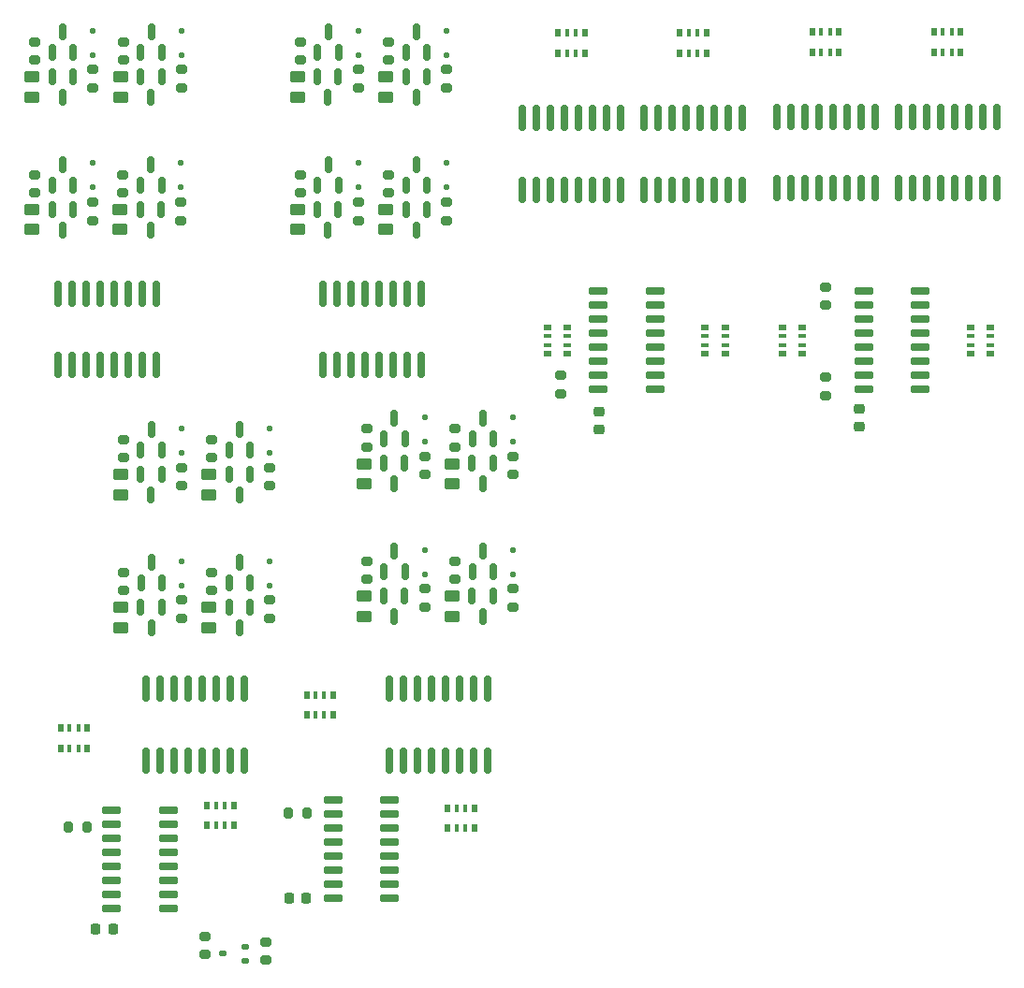
<source format=gtp>
G04 #@! TF.GenerationSoftware,KiCad,Pcbnew,8.0.5*
G04 #@! TF.CreationDate,2024-09-25T12:15:56+03:00*
G04 #@! TF.ProjectId,rioctrl-shiftio,72696f63-7472-46c2-9d73-68696674696f,rev?*
G04 #@! TF.SameCoordinates,Original*
G04 #@! TF.FileFunction,Paste,Top*
G04 #@! TF.FilePolarity,Positive*
%FSLAX46Y46*%
G04 Gerber Fmt 4.6, Leading zero omitted, Abs format (unit mm)*
G04 Created by KiCad (PCBNEW 8.0.5) date 2024-09-25 12:15:56*
%MOMM*%
%LPD*%
G01*
G04 APERTURE LIST*
G04 Aperture macros list*
%AMRoundRect*
0 Rectangle with rounded corners*
0 $1 Rounding radius*
0 $2 $3 $4 $5 $6 $7 $8 $9 X,Y pos of 4 corners*
0 Add a 4 corners polygon primitive as box body*
4,1,4,$2,$3,$4,$5,$6,$7,$8,$9,$2,$3,0*
0 Add four circle primitives for the rounded corners*
1,1,$1+$1,$2,$3*
1,1,$1+$1,$4,$5*
1,1,$1+$1,$6,$7*
1,1,$1+$1,$8,$9*
0 Add four rect primitives between the rounded corners*
20,1,$1+$1,$2,$3,$4,$5,0*
20,1,$1+$1,$4,$5,$6,$7,0*
20,1,$1+$1,$6,$7,$8,$9,0*
20,1,$1+$1,$8,$9,$2,$3,0*%
G04 Aperture macros list end*
%ADD10RoundRect,0.150000X0.150000X-0.587500X0.150000X0.587500X-0.150000X0.587500X-0.150000X-0.587500X0*%
%ADD11RoundRect,0.200000X-0.275000X0.200000X-0.275000X-0.200000X0.275000X-0.200000X0.275000X0.200000X0*%
%ADD12RoundRect,0.150000X-0.150000X0.587500X-0.150000X-0.587500X0.150000X-0.587500X0.150000X0.587500X0*%
%ADD13RoundRect,0.125000X-0.125000X0.125000X-0.125000X-0.125000X0.125000X-0.125000X0.125000X0.125000X0*%
%ADD14RoundRect,0.150000X0.725000X0.150000X-0.725000X0.150000X-0.725000X-0.150000X0.725000X-0.150000X0*%
%ADD15RoundRect,0.200000X0.275000X-0.200000X0.275000X0.200000X-0.275000X0.200000X-0.275000X-0.200000X0*%
%ADD16RoundRect,0.250000X-0.450000X0.262500X-0.450000X-0.262500X0.450000X-0.262500X0.450000X0.262500X0*%
%ADD17R,0.800000X0.500000*%
%ADD18R,0.800000X0.400000*%
%ADD19RoundRect,0.150000X-0.150000X1.050000X-0.150000X-1.050000X0.150000X-1.050000X0.150000X1.050000X0*%
%ADD20RoundRect,0.225000X-0.250000X0.225000X-0.250000X-0.225000X0.250000X-0.225000X0.250000X0.225000X0*%
%ADD21RoundRect,0.225000X0.225000X0.250000X-0.225000X0.250000X-0.225000X-0.250000X0.225000X-0.250000X0*%
%ADD22R,0.500000X0.800000*%
%ADD23R,0.400000X0.800000*%
%ADD24RoundRect,0.150000X0.150000X-1.050000X0.150000X1.050000X-0.150000X1.050000X-0.150000X-1.050000X0*%
%ADD25RoundRect,0.200000X-0.200000X-0.275000X0.200000X-0.275000X0.200000X0.275000X-0.200000X0.275000X0*%
%ADD26RoundRect,0.112500X0.237500X-0.112500X0.237500X0.112500X-0.237500X0.112500X-0.237500X-0.112500X0*%
G04 APERTURE END LIST*
D10*
G04 #@! TO.C,Q25*
X181050000Y-63937500D03*
X182950000Y-63937500D03*
X182000000Y-62062500D03*
G04 #@! TD*
D11*
G04 #@! TO.C,R54*
X227000000Y-93350000D03*
X227000000Y-95000000D03*
G04 #@! TD*
D12*
G04 #@! TO.C,Q28*
X196920000Y-113125000D03*
X195020000Y-113125000D03*
X195970000Y-115000000D03*
G04 #@! TD*
D13*
G04 #@! TO.C,D6*
X176720000Y-109962500D03*
X176720000Y-112162500D03*
G04 #@! TD*
D14*
G04 #@! TO.C,U1*
X167575000Y-141445000D03*
X167575000Y-140175000D03*
X167575000Y-138905000D03*
X167575000Y-137635000D03*
X167575000Y-136365000D03*
X167575000Y-135095000D03*
X167575000Y-133825000D03*
X167575000Y-132555000D03*
X162425000Y-132555000D03*
X162425000Y-133825000D03*
X162425000Y-135095000D03*
X162425000Y-136365000D03*
X162425000Y-137635000D03*
X162425000Y-138905000D03*
X162425000Y-140175000D03*
X162425000Y-141445000D03*
G04 #@! TD*
D15*
G04 #@! TO.C,R11*
X155470000Y-76637500D03*
X155470000Y-74987500D03*
G04 #@! TD*
D11*
G04 #@! TO.C,R2*
X170850000Y-143925000D03*
X170850000Y-145575000D03*
G04 #@! TD*
D15*
G04 #@! TO.C,R14*
X163440000Y-76637500D03*
X163440000Y-74987500D03*
G04 #@! TD*
D10*
G04 #@! TO.C,Q5*
X165050000Y-63937500D03*
X166950000Y-63937500D03*
X166000000Y-62062500D03*
G04 #@! TD*
D15*
G04 #@! TO.C,R35*
X179470000Y-76637500D03*
X179470000Y-74987500D03*
G04 #@! TD*
D10*
G04 #@! TO.C,Q31*
X187050000Y-110937500D03*
X188950000Y-110937500D03*
X188000000Y-109062500D03*
G04 #@! TD*
G04 #@! TO.C,Q23*
X181050000Y-75937500D03*
X182950000Y-75937500D03*
X182000000Y-74062500D03*
G04 #@! TD*
D16*
G04 #@! TO.C,R22*
X171220000Y-114150000D03*
X171220000Y-115975000D03*
G04 #@! TD*
D12*
G04 #@! TO.C,Q4*
X166920000Y-66125000D03*
X165020000Y-66125000D03*
X165970000Y-68000000D03*
G04 #@! TD*
D13*
G04 #@! TO.C,D4*
X168690000Y-73962500D03*
X168690000Y-76162500D03*
G04 #@! TD*
D12*
G04 #@! TO.C,Q6*
X158920000Y-78125000D03*
X157020000Y-78125000D03*
X157970000Y-80000000D03*
G04 #@! TD*
D15*
G04 #@! TO.C,R41*
X193470000Y-99637500D03*
X193470000Y-97987500D03*
G04 #@! TD*
D17*
G04 #@! TO.C,RN7*
X217900000Y-91200000D03*
D18*
X217900000Y-90400000D03*
X217900000Y-89600000D03*
D17*
X217900000Y-88800000D03*
X216100000Y-88800000D03*
D18*
X216100000Y-89600000D03*
X216100000Y-90400000D03*
D17*
X216100000Y-91200000D03*
G04 #@! TD*
D13*
G04 #@! TO.C,D15*
X190720000Y-108962500D03*
X190720000Y-111162500D03*
G04 #@! TD*
D14*
G04 #@! TO.C,U8*
X235575000Y-94445000D03*
X235575000Y-93175000D03*
X235575000Y-91905000D03*
X235575000Y-90635000D03*
X235575000Y-89365000D03*
X235575000Y-88095000D03*
X235575000Y-86825000D03*
X235575000Y-85555000D03*
X230425000Y-85555000D03*
X230425000Y-86825000D03*
X230425000Y-88095000D03*
X230425000Y-89365000D03*
X230425000Y-90635000D03*
X230425000Y-91905000D03*
X230425000Y-93175000D03*
X230425000Y-94445000D03*
G04 #@! TD*
D10*
G04 #@! TO.C,Q9*
X165020000Y-75937500D03*
X166920000Y-75937500D03*
X165970000Y-74062500D03*
G04 #@! TD*
D13*
G04 #@! TO.C,D3*
X160720000Y-73962500D03*
X160720000Y-76162500D03*
G04 #@! TD*
D12*
G04 #@! TO.C,Q18*
X190920000Y-66125000D03*
X189020000Y-66125000D03*
X189970000Y-68000000D03*
G04 #@! TD*
D10*
G04 #@! TO.C,Q11*
X165080000Y-111937500D03*
X166980000Y-111937500D03*
X166030000Y-110062500D03*
G04 #@! TD*
D16*
G04 #@! TO.C,R7*
X155220000Y-66150000D03*
X155220000Y-67975000D03*
G04 #@! TD*
D11*
G04 #@! TO.C,R53*
X203000000Y-93175000D03*
X203000000Y-94825000D03*
G04 #@! TD*
D19*
G04 #@! TO.C,U11*
X231445000Y-69750000D03*
X230175000Y-69750000D03*
X228905000Y-69750000D03*
X227635000Y-69750000D03*
X226365000Y-69750000D03*
X225095000Y-69750000D03*
X223825000Y-69750000D03*
X222555000Y-69750000D03*
X222555000Y-76250000D03*
X223825000Y-76250000D03*
X225095000Y-76250000D03*
X226365000Y-76250000D03*
X227635000Y-76250000D03*
X228905000Y-76250000D03*
X230175000Y-76250000D03*
X231445000Y-76250000D03*
G04 #@! TD*
D15*
G04 #@! TO.C,R24*
X168720001Y-103137500D03*
X168720001Y-101487500D03*
G04 #@! TD*
D19*
G04 #@! TO.C,U9*
X208445000Y-69850000D03*
X207175000Y-69850000D03*
X205905000Y-69850000D03*
X204635000Y-69850000D03*
X203365000Y-69850000D03*
X202095000Y-69850000D03*
X200825000Y-69850000D03*
X199555000Y-69850000D03*
X199555000Y-76350000D03*
X200825000Y-76350000D03*
X202095000Y-76350000D03*
X203365000Y-76350000D03*
X204635000Y-76350000D03*
X205905000Y-76350000D03*
X207175000Y-76350000D03*
X208445000Y-76350000D03*
G04 #@! TD*
D20*
G04 #@! TO.C,C4*
X206500000Y-96475000D03*
X206500000Y-98025000D03*
G04 #@! TD*
D21*
G04 #@! TO.C,C2*
X162525000Y-143250000D03*
X160975000Y-143250000D03*
G04 #@! TD*
D15*
G04 #@! TO.C,R47*
X185470000Y-111637500D03*
X185470000Y-109987500D03*
G04 #@! TD*
D13*
G04 #@! TO.C,D1*
X160720000Y-61962500D03*
X160720000Y-64162500D03*
G04 #@! TD*
D22*
G04 #@! TO.C,RN6*
X202800000Y-64000000D03*
D23*
X203600000Y-64000000D03*
X204400000Y-64000000D03*
D22*
X205200000Y-64000000D03*
X205200000Y-62200000D03*
D23*
X204400000Y-62200000D03*
X203600000Y-62200000D03*
D22*
X202800000Y-62200000D03*
G04 #@! TD*
D24*
G04 #@! TO.C,U4*
X165555000Y-128000000D03*
X166825000Y-128000000D03*
X168095000Y-128000000D03*
X169365000Y-128000000D03*
X170635000Y-128000000D03*
X171905000Y-128000000D03*
X173175000Y-128000000D03*
X174445000Y-128000000D03*
X174445000Y-121500000D03*
X173175000Y-121500000D03*
X171905000Y-121500000D03*
X170635000Y-121500000D03*
X169365000Y-121500000D03*
X168095000Y-121500000D03*
X166825000Y-121500000D03*
X165555000Y-121500000D03*
G04 #@! TD*
D22*
G04 #@! TO.C,RN8*
X213800000Y-64000000D03*
D23*
X214600000Y-64000000D03*
X215400000Y-64000000D03*
D22*
X216200000Y-64000000D03*
X216200000Y-62200000D03*
D23*
X215400000Y-62200000D03*
X214600000Y-62200000D03*
D22*
X213800000Y-62200000D03*
G04 #@! TD*
D15*
G04 #@! TO.C,R39*
X184720000Y-67137500D03*
X184720000Y-65487500D03*
G04 #@! TD*
D21*
G04 #@! TO.C,C1*
X180025000Y-140500000D03*
X178475000Y-140500000D03*
G04 #@! TD*
D15*
G04 #@! TO.C,R17*
X163500000Y-112637500D03*
X163500000Y-110987500D03*
G04 #@! TD*
D12*
G04 #@! TO.C,Q22*
X182920000Y-78125000D03*
X181020000Y-78125000D03*
X181970000Y-80000000D03*
G04 #@! TD*
D15*
G04 #@! TO.C,R30*
X192720000Y-67137500D03*
X192720000Y-65487500D03*
G04 #@! TD*
D12*
G04 #@! TO.C,Q12*
X174920000Y-114125000D03*
X173020000Y-114125000D03*
X173970000Y-116000000D03*
G04 #@! TD*
D15*
G04 #@! TO.C,R12*
X160720000Y-79137500D03*
X160720000Y-77487500D03*
G04 #@! TD*
D12*
G04 #@! TO.C,Q10*
X166950000Y-114125000D03*
X165050000Y-114125000D03*
X166000000Y-116000000D03*
G04 #@! TD*
G04 #@! TO.C,Q30*
X188920000Y-113125000D03*
X187020000Y-113125000D03*
X187970000Y-115000000D03*
G04 #@! TD*
D16*
G04 #@! TO.C,R28*
X171220000Y-102150000D03*
X171220000Y-103975000D03*
G04 #@! TD*
D12*
G04 #@! TO.C,Q24*
X182920000Y-66125000D03*
X181020000Y-66125000D03*
X181970000Y-68000000D03*
G04 #@! TD*
D16*
G04 #@! TO.C,R34*
X187220000Y-78150000D03*
X187220000Y-79975000D03*
G04 #@! TD*
D15*
G04 #@! TO.C,R45*
X198720000Y-114137500D03*
X198720000Y-112487500D03*
G04 #@! TD*
D16*
G04 #@! TO.C,R37*
X179220000Y-78150000D03*
X179220000Y-79975000D03*
G04 #@! TD*
D12*
G04 #@! TO.C,Q16*
X174920000Y-102125000D03*
X173020000Y-102125000D03*
X173970000Y-104000000D03*
G04 #@! TD*
D22*
G04 #@! TO.C,RN4*
X192800000Y-134150000D03*
D23*
X193600000Y-134150000D03*
X194400000Y-134150000D03*
D22*
X195200000Y-134150000D03*
X195200000Y-132350000D03*
D23*
X194400000Y-132350000D03*
X193600000Y-132350000D03*
D22*
X192800000Y-132350000D03*
G04 #@! TD*
D15*
G04 #@! TO.C,R33*
X192720000Y-79137500D03*
X192720000Y-77487500D03*
G04 #@! TD*
D13*
G04 #@! TO.C,D9*
X192720000Y-61962500D03*
X192720000Y-64162500D03*
G04 #@! TD*
D14*
G04 #@! TO.C,U2*
X187575000Y-140445000D03*
X187575000Y-139175000D03*
X187575000Y-137905000D03*
X187575000Y-136635000D03*
X187575000Y-135365000D03*
X187575000Y-134095000D03*
X187575000Y-132825000D03*
X187575000Y-131555000D03*
X182425000Y-131555000D03*
X182425000Y-132825000D03*
X182425000Y-134095000D03*
X182425000Y-135365000D03*
X182425000Y-136635000D03*
X182425000Y-137905000D03*
X182425000Y-139175000D03*
X182425000Y-140445000D03*
G04 #@! TD*
D15*
G04 #@! TO.C,R38*
X179470000Y-64637500D03*
X179470000Y-62987500D03*
G04 #@! TD*
D24*
G04 #@! TO.C,U6*
X187555000Y-128000000D03*
X188825000Y-128000000D03*
X190095000Y-128000000D03*
X191365000Y-128000000D03*
X192635000Y-128000000D03*
X193905000Y-128000000D03*
X195175000Y-128000000D03*
X196445000Y-128000000D03*
X196445000Y-121500000D03*
X195175000Y-121500000D03*
X193905000Y-121500000D03*
X192635000Y-121500000D03*
X191365000Y-121500000D03*
X190095000Y-121500000D03*
X188825000Y-121500000D03*
X187555000Y-121500000D03*
G04 #@! TD*
D16*
G04 #@! TO.C,R52*
X185220000Y-101150000D03*
X185220000Y-102975000D03*
G04 #@! TD*
D15*
G04 #@! TO.C,R18*
X168750000Y-115137500D03*
X168750000Y-113487500D03*
G04 #@! TD*
D17*
G04 #@! TO.C,RN9*
X223100000Y-88800000D03*
D18*
X223100000Y-89600000D03*
X223100000Y-90400000D03*
D17*
X223100000Y-91200000D03*
X224900000Y-91200000D03*
D18*
X224900000Y-90400000D03*
X224900000Y-89600000D03*
D17*
X224900000Y-88800000D03*
G04 #@! TD*
D15*
G04 #@! TO.C,R9*
X168720000Y-67137500D03*
X168720000Y-65487500D03*
G04 #@! TD*
D16*
G04 #@! TO.C,R40*
X179220000Y-66150000D03*
X179220000Y-67975000D03*
G04 #@! TD*
D10*
G04 #@! TO.C,Q33*
X187050000Y-98937500D03*
X188950000Y-98937500D03*
X188000000Y-97062500D03*
G04 #@! TD*
D15*
G04 #@! TO.C,R29*
X187470000Y-64637500D03*
X187470000Y-62987500D03*
G04 #@! TD*
D22*
G04 #@! TO.C,RN3*
X180050000Y-123900000D03*
D23*
X180850000Y-123900000D03*
X181650000Y-123900000D03*
D22*
X182450000Y-123900000D03*
X182450000Y-122100000D03*
D23*
X181650000Y-122100000D03*
X180850000Y-122100000D03*
D22*
X180050000Y-122100000D03*
G04 #@! TD*
D10*
G04 #@! TO.C,Q27*
X195050000Y-98937500D03*
X196950000Y-98937500D03*
X196000000Y-97062500D03*
G04 #@! TD*
D16*
G04 #@! TO.C,R49*
X185220000Y-113150000D03*
X185220000Y-114975000D03*
G04 #@! TD*
G04 #@! TO.C,R19*
X163250000Y-114150000D03*
X163250000Y-115975000D03*
G04 #@! TD*
D10*
G04 #@! TO.C,Q13*
X173050000Y-111937500D03*
X174950000Y-111937500D03*
X174000000Y-110062500D03*
G04 #@! TD*
D15*
G04 #@! TO.C,R15*
X168690000Y-79137500D03*
X168690000Y-77487500D03*
G04 #@! TD*
G04 #@! TO.C,R27*
X176720000Y-103137500D03*
X176720000Y-101487500D03*
G04 #@! TD*
D17*
G04 #@! TO.C,RN11*
X241900000Y-91200000D03*
D18*
X241900000Y-90400000D03*
X241900000Y-89600000D03*
D17*
X241900000Y-88800000D03*
X240100000Y-88800000D03*
D18*
X240100000Y-89600000D03*
X240100000Y-90400000D03*
D17*
X240100000Y-91200000D03*
G04 #@! TD*
D15*
G04 #@! TO.C,R36*
X184720000Y-79137500D03*
X184720000Y-77487500D03*
G04 #@! TD*
D13*
G04 #@! TO.C,D11*
X184720000Y-73962500D03*
X184720000Y-76162500D03*
G04 #@! TD*
D15*
G04 #@! TO.C,R50*
X185470000Y-99637500D03*
X185470000Y-97987500D03*
G04 #@! TD*
D22*
G04 #@! TO.C,RN2*
X171050000Y-133900000D03*
D23*
X171850000Y-133900000D03*
X172650000Y-133900000D03*
D22*
X173450000Y-133900000D03*
X173450000Y-132100000D03*
D23*
X172650000Y-132100000D03*
X171850000Y-132100000D03*
D22*
X171050000Y-132100000D03*
G04 #@! TD*
D24*
G04 #@! TO.C,U3*
X157555000Y-92250000D03*
X158825000Y-92250000D03*
X160095000Y-92250000D03*
X161365000Y-92250000D03*
X162635000Y-92250000D03*
X163905000Y-92250000D03*
X165175000Y-92250000D03*
X166445000Y-92250000D03*
X166445000Y-85750000D03*
X165175000Y-85750000D03*
X163905000Y-85750000D03*
X162635000Y-85750000D03*
X161365000Y-85750000D03*
X160095000Y-85750000D03*
X158825000Y-85750000D03*
X157555000Y-85750000D03*
G04 #@! TD*
D10*
G04 #@! TO.C,Q17*
X173050000Y-99937500D03*
X174950000Y-99937500D03*
X174000000Y-98062500D03*
G04 #@! TD*
D16*
G04 #@! TO.C,R31*
X187220000Y-66150000D03*
X187220000Y-67975000D03*
G04 #@! TD*
G04 #@! TO.C,R10*
X163220000Y-66150000D03*
X163220000Y-67975000D03*
G04 #@! TD*
D15*
G04 #@! TO.C,R26*
X171470000Y-100637500D03*
X171470000Y-98987500D03*
G04 #@! TD*
D19*
G04 #@! TO.C,U10*
X219445000Y-69850000D03*
X218175000Y-69850000D03*
X216905000Y-69850000D03*
X215635000Y-69850000D03*
X214365000Y-69850000D03*
X213095000Y-69850000D03*
X211825000Y-69850000D03*
X210555000Y-69850000D03*
X210555000Y-76350000D03*
X211825000Y-76350000D03*
X213095000Y-76350000D03*
X214365000Y-76350000D03*
X215635000Y-76350000D03*
X216905000Y-76350000D03*
X218175000Y-76350000D03*
X219445000Y-76350000D03*
G04 #@! TD*
D15*
G04 #@! TO.C,R32*
X187470000Y-76637500D03*
X187470000Y-74987500D03*
G04 #@! TD*
D10*
G04 #@! TO.C,Q7*
X157050000Y-75937500D03*
X158950000Y-75937500D03*
X158000000Y-74062500D03*
G04 #@! TD*
D13*
G04 #@! TO.C,D8*
X176720000Y-97962500D03*
X176720000Y-100162500D03*
G04 #@! TD*
D15*
G04 #@! TO.C,R51*
X190720000Y-102137500D03*
X190720000Y-100487500D03*
G04 #@! TD*
D10*
G04 #@! TO.C,Q29*
X195050000Y-110937500D03*
X196950000Y-110937500D03*
X196000000Y-109062500D03*
G04 #@! TD*
D14*
G04 #@! TO.C,U7*
X211575000Y-94445000D03*
X211575000Y-93175000D03*
X211575000Y-91905000D03*
X211575000Y-90635000D03*
X211575000Y-89365000D03*
X211575000Y-88095000D03*
X211575000Y-86825000D03*
X211575000Y-85555000D03*
X206425000Y-85555000D03*
X206425000Y-86825000D03*
X206425000Y-88095000D03*
X206425000Y-89365000D03*
X206425000Y-90635000D03*
X206425000Y-91905000D03*
X206425000Y-93175000D03*
X206425000Y-94445000D03*
G04 #@! TD*
D13*
G04 #@! TO.C,D14*
X198720000Y-108962500D03*
X198720000Y-111162500D03*
G04 #@! TD*
D15*
G04 #@! TO.C,R23*
X163470001Y-100637501D03*
X163470001Y-98987501D03*
G04 #@! TD*
G04 #@! TO.C,R20*
X171470000Y-112637500D03*
X171470000Y-110987500D03*
G04 #@! TD*
D24*
G04 #@! TO.C,U5*
X181555000Y-92250000D03*
X182825000Y-92250000D03*
X184095000Y-92250000D03*
X185365000Y-92250000D03*
X186635000Y-92250000D03*
X187905000Y-92250000D03*
X189175000Y-92250000D03*
X190445000Y-92250000D03*
X190445000Y-85750000D03*
X189175000Y-85750000D03*
X187905000Y-85750000D03*
X186635000Y-85750000D03*
X185365000Y-85750000D03*
X184095000Y-85750000D03*
X182825000Y-85750000D03*
X181555000Y-85750000D03*
G04 #@! TD*
D22*
G04 #@! TO.C,RN1*
X157800000Y-126900000D03*
D23*
X158600000Y-126900000D03*
X159400000Y-126900000D03*
D22*
X160200000Y-126900000D03*
X160200000Y-125100000D03*
D23*
X159400000Y-125100000D03*
X158600000Y-125100000D03*
D22*
X157800000Y-125100000D03*
G04 #@! TD*
D15*
G04 #@! TO.C,R5*
X155470000Y-64637500D03*
X155470000Y-62987500D03*
G04 #@! TD*
G04 #@! TO.C,R8*
X163470000Y-64637500D03*
X163470000Y-62987500D03*
G04 #@! TD*
D20*
G04 #@! TO.C,C3*
X230000000Y-96225000D03*
X230000000Y-97775000D03*
G04 #@! TD*
D13*
G04 #@! TO.C,D7*
X168720000Y-97962500D03*
X168720000Y-100162500D03*
G04 #@! TD*
D12*
G04 #@! TO.C,Q20*
X190920000Y-78125000D03*
X189020000Y-78125000D03*
X189970000Y-80000000D03*
G04 #@! TD*
D16*
G04 #@! TO.C,R43*
X193220000Y-101150000D03*
X193220000Y-102975000D03*
G04 #@! TD*
D10*
G04 #@! TO.C,Q19*
X189050000Y-63937500D03*
X190950000Y-63937500D03*
X190000000Y-62062500D03*
G04 #@! TD*
D12*
G04 #@! TO.C,Q2*
X158920000Y-66125000D03*
X157020000Y-66125000D03*
X157970000Y-68000000D03*
G04 #@! TD*
D16*
G04 #@! TO.C,R46*
X193220000Y-113150000D03*
X193220000Y-114975000D03*
G04 #@! TD*
D22*
G04 #@! TO.C,RN10*
X225800000Y-63900000D03*
D23*
X226600000Y-63900000D03*
X227400000Y-63900000D03*
D22*
X228200000Y-63900000D03*
X228200000Y-62100000D03*
D23*
X227400000Y-62100000D03*
X226600000Y-62100000D03*
D22*
X225800000Y-62100000D03*
G04 #@! TD*
D13*
G04 #@! TO.C,D16*
X190720000Y-96962500D03*
X190720000Y-99162500D03*
G04 #@! TD*
G04 #@! TO.C,D5*
X168750000Y-109962500D03*
X168750000Y-112162500D03*
G04 #@! TD*
D12*
G04 #@! TO.C,Q32*
X188920000Y-101125000D03*
X187020000Y-101125000D03*
X187970000Y-103000000D03*
G04 #@! TD*
D25*
G04 #@! TO.C,R4*
X178425000Y-132750000D03*
X180075000Y-132750000D03*
G04 #@! TD*
D13*
G04 #@! TO.C,D2*
X168720000Y-61962500D03*
X168720000Y-64162500D03*
G04 #@! TD*
D10*
G04 #@! TO.C,Q3*
X157050000Y-63937500D03*
X158950000Y-63937500D03*
X158000000Y-62062500D03*
G04 #@! TD*
D26*
G04 #@! TO.C,Q1*
X174500000Y-146150000D03*
X174500000Y-144850000D03*
X172500000Y-145500000D03*
G04 #@! TD*
D19*
G04 #@! TO.C,U12*
X242445000Y-69750000D03*
X241175000Y-69750000D03*
X239905000Y-69750000D03*
X238635000Y-69750000D03*
X237365000Y-69750000D03*
X236095000Y-69750000D03*
X234825000Y-69750000D03*
X233555000Y-69750000D03*
X233555000Y-76250000D03*
X234825000Y-76250000D03*
X236095000Y-76250000D03*
X237365000Y-76250000D03*
X238635000Y-76250000D03*
X239905000Y-76250000D03*
X241175000Y-76250000D03*
X242445000Y-76250000D03*
G04 #@! TD*
D17*
G04 #@! TO.C,RN5*
X201850000Y-88800000D03*
D18*
X201850000Y-89600000D03*
X201850000Y-90400000D03*
D17*
X201850000Y-91200000D03*
X203650000Y-91200000D03*
D18*
X203650000Y-90400000D03*
X203650000Y-89600000D03*
D17*
X203650000Y-88800000D03*
G04 #@! TD*
D16*
G04 #@! TO.C,R13*
X155220000Y-78150000D03*
X155220000Y-79975000D03*
G04 #@! TD*
D12*
G04 #@! TO.C,Q8*
X166890000Y-78125000D03*
X164990000Y-78125000D03*
X165940000Y-80000000D03*
G04 #@! TD*
D10*
G04 #@! TO.C,Q21*
X189050000Y-75937500D03*
X190950000Y-75937500D03*
X190000000Y-74062500D03*
G04 #@! TD*
D15*
G04 #@! TO.C,R44*
X193470000Y-111637500D03*
X193470000Y-109987500D03*
G04 #@! TD*
G04 #@! TO.C,R48*
X190720000Y-114137500D03*
X190720000Y-112487500D03*
G04 #@! TD*
D12*
G04 #@! TO.C,Q14*
X166920001Y-102125000D03*
X165020001Y-102125000D03*
X165970001Y-104000000D03*
G04 #@! TD*
D16*
G04 #@! TO.C,R25*
X163220001Y-102150000D03*
X163220001Y-103975000D03*
G04 #@! TD*
D13*
G04 #@! TO.C,D12*
X184720000Y-61962500D03*
X184720000Y-64162500D03*
G04 #@! TD*
D15*
G04 #@! TO.C,R1*
X176350000Y-146075000D03*
X176350000Y-144425000D03*
G04 #@! TD*
D22*
G04 #@! TO.C,RN12*
X236800000Y-63900000D03*
D23*
X237600000Y-63900000D03*
X238400000Y-63900000D03*
D22*
X239200000Y-63900000D03*
X239200000Y-62100000D03*
D23*
X238400000Y-62100000D03*
X237600000Y-62100000D03*
D22*
X236800000Y-62100000D03*
G04 #@! TD*
D15*
G04 #@! TO.C,R21*
X176720000Y-115137500D03*
X176720000Y-113487500D03*
G04 #@! TD*
D13*
G04 #@! TO.C,D10*
X192720000Y-73962500D03*
X192720000Y-76162500D03*
G04 #@! TD*
D12*
G04 #@! TO.C,Q26*
X196920000Y-101125000D03*
X195020000Y-101125000D03*
X195970000Y-103000000D03*
G04 #@! TD*
D15*
G04 #@! TO.C,R55*
X227000000Y-86825000D03*
X227000000Y-85175000D03*
G04 #@! TD*
D13*
G04 #@! TO.C,D13*
X198720000Y-96962500D03*
X198720000Y-99162500D03*
G04 #@! TD*
D25*
G04 #@! TO.C,R3*
X158500000Y-134000000D03*
X160150000Y-134000000D03*
G04 #@! TD*
D15*
G04 #@! TO.C,R6*
X160720000Y-67137500D03*
X160720000Y-65487500D03*
G04 #@! TD*
D10*
G04 #@! TO.C,Q15*
X165050000Y-99937500D03*
X166950000Y-99937500D03*
X166000000Y-98062500D03*
G04 #@! TD*
D16*
G04 #@! TO.C,R16*
X163190000Y-78150000D03*
X163190000Y-79975000D03*
G04 #@! TD*
D15*
G04 #@! TO.C,R42*
X198720000Y-102137500D03*
X198720000Y-100487500D03*
G04 #@! TD*
M02*

</source>
